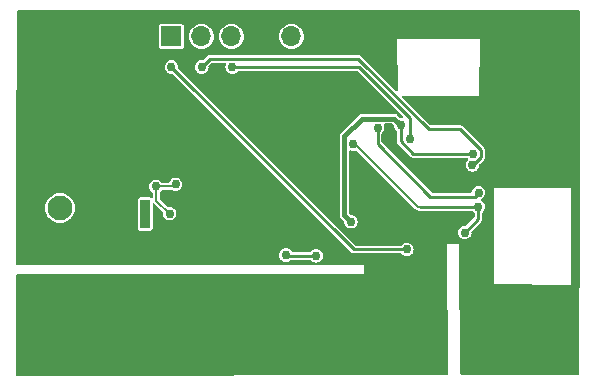
<source format=gbr>
%TF.GenerationSoftware,KiCad,Pcbnew,7.0.8*%
%TF.CreationDate,2024-01-01T15:13:20+01:00*%
%TF.ProjectId,IoT,496f542e-6b69-4636-9164-5f7063625858,rev?*%
%TF.SameCoordinates,Original*%
%TF.FileFunction,Copper,L2,Bot*%
%TF.FilePolarity,Positive*%
%FSLAX46Y46*%
G04 Gerber Fmt 4.6, Leading zero omitted, Abs format (unit mm)*
G04 Created by KiCad (PCBNEW 7.0.8) date 2024-01-01 15:13:20*
%MOMM*%
%LPD*%
G01*
G04 APERTURE LIST*
%TA.AperFunction,ComponentPad*%
%ADD10R,1.700000X1.700000*%
%TD*%
%TA.AperFunction,ComponentPad*%
%ADD11O,1.700000X1.700000*%
%TD*%
%TA.AperFunction,SMDPad,CuDef*%
%ADD12R,4.200000X1.350000*%
%TD*%
%TA.AperFunction,ComponentPad*%
%ADD13R,2.100000X2.100000*%
%TD*%
%TA.AperFunction,ComponentPad*%
%ADD14C,2.100000*%
%TD*%
%TA.AperFunction,SMDPad,CuDef*%
%ADD15R,0.840000X2.400000*%
%TD*%
%TA.AperFunction,ViaPad*%
%ADD16C,0.750000*%
%TD*%
%TA.AperFunction,Conductor*%
%ADD17C,0.250000*%
%TD*%
%TA.AperFunction,Conductor*%
%ADD18C,0.200000*%
%TD*%
%TA.AperFunction,Conductor*%
%ADD19C,0.400000*%
%TD*%
G04 APERTURE END LIST*
D10*
%TO.P,J2,1,Pin_1*%
%TO.N,/NRST*%
X128730000Y-66570000D03*
D11*
%TO.P,J2,2,Pin_2*%
%TO.N,/SWDIO*%
X131270000Y-66570000D03*
%TO.P,J2,3,Pin_3*%
%TO.N,/SWCLK*%
X133810000Y-66570000D03*
%TO.P,J2,4,Pin_4*%
%TO.N,GND*%
X136350000Y-66570000D03*
%TO.P,J2,5,Pin_5*%
%TO.N,VDD*%
X138890000Y-66570000D03*
%TD*%
D12*
%TO.P,J1,2,Ext*%
%TO.N,GND*%
X117975000Y-88275000D03*
X117975000Y-93925000D03*
%TD*%
D13*
%TO.P,J3,1,Pin_1*%
%TO.N,GND*%
X119300000Y-83640000D03*
D14*
%TO.P,J3,2,Pin_2*%
%TO.N,+BATT*%
X119300000Y-81100000D03*
%TD*%
D15*
%TO.P,U6,11*%
%TO.N,N/C*%
X126510000Y-81610000D03*
%TD*%
D16*
%TO.N,GND*%
X129510000Y-88070000D03*
X118675000Y-65425000D03*
X117700000Y-73775000D03*
X140375000Y-94705800D03*
X155500000Y-73430000D03*
X134210000Y-80900000D03*
X147130000Y-66400000D03*
X144130000Y-94690000D03*
X155610000Y-81660000D03*
X131025000Y-77925000D03*
X141960000Y-92490000D03*
X155430000Y-86690000D03*
X121620000Y-93830000D03*
X124425000Y-79825000D03*
X152430000Y-72420000D03*
X129560000Y-83800000D03*
X137790000Y-82580000D03*
X141400000Y-72475000D03*
X121620000Y-88180000D03*
X139690000Y-77930000D03*
X145630000Y-86140000D03*
%TO.N,VDDF*%
X144139500Y-75688178D03*
X154725891Y-80992500D03*
X153560000Y-83180000D03*
%TO.N,VDDA*%
X146180000Y-74320000D03*
X154730000Y-79799500D03*
%TO.N,/NRST*%
X128730000Y-69160000D03*
X148660000Y-84610000D03*
%TO.N,VDD*%
X148140000Y-74080000D03*
X128575000Y-81575000D03*
X154240000Y-76500000D03*
X127425000Y-79275000D03*
X129075000Y-79100000D03*
X143920000Y-82250000D03*
%TO.N,/SWDIO*%
X154217127Y-77449227D03*
X131290000Y-69160000D03*
%TO.N,/SWCLK*%
X133880000Y-69160000D03*
X148900000Y-75240000D03*
%TO.N,/SPI1_MOSI*%
X140970000Y-85141500D03*
X138430000Y-85090000D03*
%TD*%
D17*
%TO.N,VDDF*%
X149975000Y-80992500D02*
X149752500Y-80992500D01*
D18*
X144139500Y-75688178D02*
X144261822Y-75688178D01*
X144275000Y-75675000D02*
X149592500Y-80992500D01*
X149592500Y-80992500D02*
X149975000Y-80992500D01*
X144261822Y-75688178D02*
X144275000Y-75675000D01*
D17*
X154725891Y-80992500D02*
X154725891Y-82014109D01*
X154725891Y-80992500D02*
X149975000Y-80992500D01*
X154725891Y-82014109D02*
X153560000Y-83180000D01*
%TO.N,VDDA*%
X154399500Y-80130000D02*
X150650000Y-80130000D01*
X150650000Y-80130000D02*
X146180000Y-75660000D01*
X146180000Y-75660000D02*
X146180000Y-74320000D01*
X154730000Y-79799500D02*
X154399500Y-80130000D01*
%TO.N,/NRST*%
X128730000Y-69160000D02*
X144180000Y-84610000D01*
X144180000Y-84610000D02*
X148660000Y-84610000D01*
%TO.N,VDD*%
X154240000Y-76500000D02*
X149170050Y-76500000D01*
D18*
X128565000Y-81575000D02*
X127460000Y-80470000D01*
D19*
X143365000Y-81695000D02*
X143365000Y-75035000D01*
D18*
X129075000Y-79100000D02*
X129075000Y-79065000D01*
X128590000Y-81600000D02*
X128575000Y-81585000D01*
D19*
X143365000Y-75035000D02*
X144855000Y-73545000D01*
D17*
X149170050Y-76500000D02*
X148140000Y-75469950D01*
D19*
X147605000Y-73545000D02*
X148140000Y-74080000D01*
X143920000Y-82250000D02*
X143365000Y-81695000D01*
X144855000Y-73545000D02*
X147605000Y-73545000D01*
D17*
X148140000Y-75469950D02*
X148140000Y-74080000D01*
D18*
X127460000Y-80470000D02*
X127460000Y-79270000D01*
X127460000Y-79270000D02*
X128870000Y-79270000D01*
X128575000Y-81585000D02*
X128575000Y-81575000D01*
X128870000Y-79270000D02*
X129040000Y-79100000D01*
X129075000Y-79065000D02*
X129080000Y-79060000D01*
X129040000Y-79100000D02*
X129075000Y-79100000D01*
D17*
X148140000Y-74080000D02*
X147680000Y-73620000D01*
D18*
X128575000Y-81575000D02*
X128565000Y-81575000D01*
D17*
%TO.N,/SWDIO*%
X153159950Y-74430000D02*
X150496396Y-74430000D01*
X131990000Y-68460000D02*
X131290000Y-69160000D01*
X154940000Y-76789950D02*
X154940000Y-76210050D01*
X144526396Y-68460000D02*
X131990000Y-68460000D01*
X154217127Y-77449227D02*
X154280723Y-77449227D01*
X154940000Y-76210050D02*
X153159950Y-74430000D01*
X154280723Y-77449227D02*
X154940000Y-76789950D01*
X150496396Y-74430000D02*
X144526396Y-68460000D01*
%TO.N,/SWCLK*%
X148900000Y-73470000D02*
X148900000Y-75240000D01*
X144590000Y-69160000D02*
X148900000Y-73470000D01*
X133880000Y-69160000D02*
X144590000Y-69160000D01*
%TO.N,/SPI1_MOSI*%
X138481500Y-85141500D02*
X138430000Y-85090000D01*
X140970000Y-85141500D02*
X138481500Y-85141500D01*
%TD*%
%TA.AperFunction,Conductor*%
%TO.N,GND*%
G36*
X163288691Y-64389407D02*
G01*
X163324655Y-64438907D01*
X163329500Y-64469500D01*
X163329500Y-80779705D01*
X163250540Y-95131791D01*
X163231312Y-95189876D01*
X163181615Y-95225567D01*
X163151790Y-95230246D01*
X153297920Y-95255020D01*
X153239682Y-95236259D01*
X153203594Y-95186849D01*
X153198678Y-95157140D01*
X153075000Y-84125000D01*
X152050000Y-84125000D01*
X152173687Y-95157985D01*
X152155433Y-95216384D01*
X152106339Y-95252901D01*
X152074942Y-95258095D01*
X115639749Y-95349698D01*
X115581511Y-95330937D01*
X115545423Y-95281527D01*
X115540500Y-95250698D01*
X115540500Y-90050750D01*
X115553081Y-86798461D01*
X115572212Y-86740349D01*
X115621851Y-86704577D01*
X115651990Y-86699849D01*
X145050000Y-86675000D01*
X145050000Y-85950000D01*
X145032643Y-85949985D01*
X115655759Y-85925151D01*
X115597585Y-85906194D01*
X115561663Y-85856664D01*
X115556844Y-85825768D01*
X115557522Y-85650687D01*
X115559691Y-85090000D01*
X137849534Y-85090000D01*
X137862760Y-85190466D01*
X137869313Y-85240236D01*
X137927302Y-85380233D01*
X138019549Y-85500451D01*
X138139767Y-85592698D01*
X138279764Y-85650687D01*
X138392441Y-85665521D01*
X138429999Y-85670466D01*
X138430000Y-85670466D01*
X138430001Y-85670466D01*
X138460047Y-85666510D01*
X138580236Y-85650687D01*
X138720233Y-85592698D01*
X138840451Y-85500451D01*
X138840457Y-85500442D01*
X138844905Y-85495996D01*
X138899422Y-85468219D01*
X138914909Y-85467000D01*
X140445541Y-85467000D01*
X140503732Y-85485907D01*
X140524082Y-85505732D01*
X140559545Y-85551947D01*
X140559544Y-85551947D01*
X140559548Y-85551950D01*
X140559549Y-85551951D01*
X140679767Y-85644198D01*
X140819764Y-85702187D01*
X140932441Y-85717021D01*
X140969999Y-85721966D01*
X140970000Y-85721966D01*
X140970001Y-85721966D01*
X141000047Y-85718010D01*
X141120236Y-85702187D01*
X141260233Y-85644198D01*
X141380451Y-85551951D01*
X141472698Y-85431733D01*
X141530687Y-85291736D01*
X141550466Y-85141500D01*
X141530687Y-84991264D01*
X141472698Y-84851267D01*
X141380451Y-84731049D01*
X141260233Y-84638802D01*
X141120236Y-84580813D01*
X141120234Y-84580812D01*
X141120232Y-84580812D01*
X140970001Y-84561034D01*
X140969999Y-84561034D01*
X140819767Y-84580812D01*
X140819761Y-84580814D01*
X140679768Y-84638801D01*
X140559544Y-84731052D01*
X140524082Y-84777268D01*
X140473658Y-84811923D01*
X140445541Y-84816000D01*
X138993976Y-84816000D01*
X138935785Y-84797093D01*
X138915434Y-84777268D01*
X138879970Y-84731051D01*
X138840451Y-84679549D01*
X138720233Y-84587302D01*
X138704567Y-84580813D01*
X138580238Y-84529314D01*
X138580240Y-84529314D01*
X138580236Y-84529313D01*
X138580234Y-84529312D01*
X138580232Y-84529312D01*
X138430001Y-84509534D01*
X138429999Y-84509534D01*
X138279767Y-84529312D01*
X138279761Y-84529314D01*
X138139768Y-84587301D01*
X138019551Y-84679547D01*
X138019547Y-84679551D01*
X137927301Y-84799768D01*
X137869314Y-84939761D01*
X137869312Y-84939767D01*
X137849534Y-85089999D01*
X137849534Y-85090000D01*
X115559691Y-85090000D01*
X115568435Y-82829746D01*
X125889500Y-82829746D01*
X125889501Y-82829758D01*
X125901132Y-82888227D01*
X125901133Y-82888231D01*
X125945448Y-82954552D01*
X126011769Y-82998867D01*
X126056231Y-83007711D01*
X126070241Y-83010498D01*
X126070246Y-83010498D01*
X126070252Y-83010500D01*
X126070253Y-83010500D01*
X126949747Y-83010500D01*
X126949748Y-83010500D01*
X127008231Y-82998867D01*
X127074552Y-82954552D01*
X127118867Y-82888231D01*
X127130500Y-82829748D01*
X127130500Y-80804479D01*
X127149407Y-80746288D01*
X127198907Y-80710324D01*
X127260093Y-80710324D01*
X127299504Y-80734475D01*
X127976938Y-81411909D01*
X128004715Y-81466426D01*
X128005087Y-81494834D01*
X127994534Y-81574997D01*
X127994534Y-81575000D01*
X128009583Y-81689314D01*
X128014313Y-81725236D01*
X128023453Y-81747301D01*
X128065469Y-81848738D01*
X128072302Y-81865233D01*
X128164549Y-81985451D01*
X128284767Y-82077698D01*
X128424764Y-82135687D01*
X128537441Y-82150521D01*
X128574999Y-82155466D01*
X128575000Y-82155466D01*
X128575001Y-82155466D01*
X128605047Y-82151510D01*
X128725236Y-82135687D01*
X128865233Y-82077698D01*
X128985451Y-81985451D01*
X129077698Y-81865233D01*
X129135687Y-81725236D01*
X129155466Y-81575000D01*
X129153241Y-81558103D01*
X129144912Y-81494834D01*
X129135687Y-81424764D01*
X129077698Y-81284767D01*
X128985451Y-81164549D01*
X128865233Y-81072302D01*
X128725236Y-81014313D01*
X128725234Y-81014312D01*
X128725232Y-81014312D01*
X128575001Y-80994534D01*
X128574999Y-80994534D01*
X128477162Y-81007414D01*
X128417001Y-80996264D01*
X128394236Y-80979265D01*
X127789496Y-80374525D01*
X127761719Y-80320008D01*
X127760500Y-80304521D01*
X127760500Y-79791784D01*
X127779407Y-79733593D01*
X127799233Y-79713242D01*
X127835451Y-79685451D01*
X127893935Y-79609232D01*
X127944359Y-79574577D01*
X127972477Y-79570500D01*
X128709199Y-79570500D01*
X128767390Y-79589407D01*
X128769463Y-79590954D01*
X128784767Y-79602698D01*
X128924764Y-79660687D01*
X129037441Y-79675521D01*
X129074999Y-79680466D01*
X129075000Y-79680466D01*
X129075001Y-79680466D01*
X129105047Y-79676510D01*
X129225236Y-79660687D01*
X129365233Y-79602698D01*
X129485451Y-79510451D01*
X129577698Y-79390233D01*
X129635687Y-79250236D01*
X129655466Y-79100000D01*
X129635687Y-78949764D01*
X129577698Y-78809767D01*
X129485451Y-78689549D01*
X129365233Y-78597302D01*
X129225236Y-78539313D01*
X129225234Y-78539312D01*
X129225232Y-78539312D01*
X129075001Y-78519534D01*
X129074999Y-78519534D01*
X128924767Y-78539312D01*
X128924761Y-78539314D01*
X128784768Y-78597301D01*
X128664551Y-78689547D01*
X128664547Y-78689551D01*
X128572300Y-78809769D01*
X128531453Y-78908385D01*
X128491717Y-78954911D01*
X128439989Y-78969500D01*
X127964805Y-78969500D01*
X127906614Y-78950593D01*
X127886264Y-78930768D01*
X127835456Y-78864555D01*
X127835454Y-78864553D01*
X127835451Y-78864549D01*
X127715233Y-78772302D01*
X127575236Y-78714313D01*
X127575234Y-78714312D01*
X127575232Y-78714312D01*
X127425001Y-78694534D01*
X127424999Y-78694534D01*
X127274767Y-78714312D01*
X127274761Y-78714314D01*
X127134768Y-78772301D01*
X127014551Y-78864547D01*
X127014547Y-78864551D01*
X126922301Y-78984768D01*
X126864314Y-79124761D01*
X126864312Y-79124767D01*
X126844534Y-79274999D01*
X126844534Y-79275000D01*
X126860990Y-79400001D01*
X126864313Y-79425236D01*
X126922302Y-79565233D01*
X127014549Y-79685451D01*
X127014553Y-79685454D01*
X127014554Y-79685455D01*
X127120767Y-79766955D01*
X127155423Y-79817379D01*
X127159500Y-79845497D01*
X127159500Y-80136991D01*
X127140593Y-80195182D01*
X127091093Y-80231146D01*
X127029907Y-80231146D01*
X127015300Y-80224061D01*
X127008233Y-80221134D01*
X127008231Y-80221133D01*
X127008227Y-80221132D01*
X126949758Y-80209501D01*
X126949748Y-80209500D01*
X126070252Y-80209500D01*
X126070251Y-80209500D01*
X126070241Y-80209501D01*
X126011772Y-80221132D01*
X126011766Y-80221134D01*
X125945451Y-80265445D01*
X125945445Y-80265451D01*
X125901134Y-80331766D01*
X125901132Y-80331772D01*
X125889501Y-80390241D01*
X125889500Y-80390253D01*
X125889500Y-82829746D01*
X115568435Y-82829746D01*
X115575126Y-81100003D01*
X118044723Y-81100003D01*
X118063791Y-81317969D01*
X118063792Y-81317976D01*
X118063793Y-81317977D01*
X118120425Y-81529330D01*
X118212898Y-81727639D01*
X118234460Y-81758433D01*
X118309242Y-81865233D01*
X118338402Y-81906877D01*
X118493123Y-82061598D01*
X118672361Y-82187102D01*
X118870670Y-82279575D01*
X119082023Y-82336207D01*
X119082027Y-82336207D01*
X119082030Y-82336208D01*
X119299997Y-82355277D01*
X119300000Y-82355277D01*
X119300003Y-82355277D01*
X119517969Y-82336208D01*
X119517970Y-82336207D01*
X119517977Y-82336207D01*
X119729330Y-82279575D01*
X119927639Y-82187102D01*
X120106877Y-82061598D01*
X120261598Y-81906877D01*
X120387102Y-81727639D01*
X120479575Y-81529330D01*
X120536207Y-81317977D01*
X120537966Y-81297879D01*
X120555277Y-81100003D01*
X120555277Y-81099996D01*
X120536208Y-80882030D01*
X120536207Y-80882027D01*
X120536207Y-80882023D01*
X120479575Y-80670670D01*
X120398985Y-80497844D01*
X120387107Y-80472372D01*
X120387103Y-80472364D01*
X120377930Y-80459264D01*
X120269579Y-80304521D01*
X120261601Y-80293127D01*
X120261600Y-80293126D01*
X120261598Y-80293123D01*
X120106877Y-80138402D01*
X120106873Y-80138399D01*
X120106872Y-80138398D01*
X120007435Y-80068772D01*
X119927639Y-80012898D01*
X119729330Y-79920425D01*
X119517977Y-79863793D01*
X119517976Y-79863792D01*
X119517969Y-79863791D01*
X119300003Y-79844723D01*
X119299997Y-79844723D01*
X119082030Y-79863791D01*
X118870666Y-79920426D01*
X118672372Y-80012892D01*
X118672364Y-80012896D01*
X118493127Y-80138398D01*
X118338398Y-80293127D01*
X118212896Y-80472364D01*
X118212892Y-80472372D01*
X118120426Y-80670666D01*
X118063791Y-80882030D01*
X118044723Y-81099996D01*
X118044723Y-81100003D01*
X115575126Y-81100003D01*
X115605844Y-73159354D01*
X115621315Y-69160000D01*
X128149534Y-69160000D01*
X128163510Y-69266163D01*
X128169313Y-69310236D01*
X128227302Y-69450233D01*
X128319549Y-69570451D01*
X128439767Y-69662698D01*
X128579764Y-69720687D01*
X128730000Y-69740466D01*
X128787759Y-69732861D01*
X128847917Y-69744010D01*
X128870684Y-69761010D01*
X143938257Y-84828584D01*
X143941175Y-84831769D01*
X143967544Y-84863193D01*
X143967545Y-84863194D01*
X144003073Y-84883706D01*
X144006712Y-84886025D01*
X144040311Y-84909551D01*
X144040313Y-84909552D01*
X144040316Y-84909554D01*
X144040318Y-84909554D01*
X144040319Y-84909555D01*
X144041771Y-84909944D01*
X144065651Y-84919835D01*
X144066955Y-84920588D01*
X144107351Y-84927710D01*
X144111552Y-84928641D01*
X144151194Y-84939264D01*
X144192078Y-84935687D01*
X144196378Y-84935500D01*
X148135541Y-84935500D01*
X148193732Y-84954407D01*
X148214082Y-84974232D01*
X148249545Y-85020447D01*
X148249544Y-85020447D01*
X148249548Y-85020450D01*
X148249549Y-85020451D01*
X148369767Y-85112698D01*
X148509764Y-85170687D01*
X148622441Y-85185521D01*
X148659999Y-85190466D01*
X148660000Y-85190466D01*
X148660001Y-85190466D01*
X148690047Y-85186510D01*
X148810236Y-85170687D01*
X148950233Y-85112698D01*
X149070451Y-85020451D01*
X149162698Y-84900233D01*
X149220687Y-84760236D01*
X149240466Y-84610000D01*
X149220687Y-84459764D01*
X149162698Y-84319767D01*
X149070451Y-84199549D01*
X148950233Y-84107302D01*
X148810236Y-84049313D01*
X148810234Y-84049312D01*
X148810232Y-84049312D01*
X148660001Y-84029534D01*
X148659999Y-84029534D01*
X148509767Y-84049312D01*
X148509761Y-84049314D01*
X148369768Y-84107301D01*
X148249544Y-84199552D01*
X148214082Y-84245768D01*
X148163658Y-84280423D01*
X148135541Y-84284500D01*
X144355834Y-84284500D01*
X144297643Y-84265593D01*
X144285830Y-84255504D01*
X129331010Y-69300684D01*
X129303233Y-69246167D01*
X129302861Y-69217763D01*
X129310466Y-69160000D01*
X130709534Y-69160000D01*
X130723510Y-69266163D01*
X130729313Y-69310236D01*
X130787302Y-69450233D01*
X130879549Y-69570451D01*
X130999767Y-69662698D01*
X131139764Y-69720687D01*
X131252441Y-69735521D01*
X131289999Y-69740466D01*
X131290000Y-69740466D01*
X131290001Y-69740466D01*
X131320047Y-69736510D01*
X131440236Y-69720687D01*
X131580233Y-69662698D01*
X131700451Y-69570451D01*
X131792698Y-69450233D01*
X131850687Y-69310236D01*
X131870466Y-69160000D01*
X131862861Y-69102238D01*
X131874011Y-69042080D01*
X131891007Y-69019318D01*
X132095831Y-68814496D01*
X132150347Y-68786719D01*
X132165834Y-68785500D01*
X133264042Y-68785500D01*
X133322233Y-68804407D01*
X133358197Y-68853907D01*
X133358197Y-68915093D01*
X133355506Y-68922385D01*
X133319314Y-69009759D01*
X133319312Y-69009767D01*
X133299534Y-69159999D01*
X133299534Y-69160000D01*
X133313510Y-69266163D01*
X133319313Y-69310236D01*
X133377302Y-69450233D01*
X133469549Y-69570451D01*
X133589767Y-69662698D01*
X133729764Y-69720687D01*
X133842441Y-69735521D01*
X133879999Y-69740466D01*
X133880000Y-69740466D01*
X133880001Y-69740466D01*
X133910047Y-69736510D01*
X134030236Y-69720687D01*
X134170233Y-69662698D01*
X134290451Y-69570451D01*
X134290452Y-69570448D01*
X134290455Y-69570447D01*
X134325918Y-69524232D01*
X134376342Y-69489577D01*
X134404459Y-69485500D01*
X144414166Y-69485500D01*
X144472357Y-69504407D01*
X144484170Y-69514496D01*
X148312895Y-73343221D01*
X148340672Y-73397738D01*
X148331101Y-73458170D01*
X148287836Y-73501435D01*
X148229969Y-73511378D01*
X148157110Y-73501786D01*
X148101885Y-73475445D01*
X148100028Y-73473636D01*
X147863424Y-73237031D01*
X147843343Y-73216951D01*
X147843342Y-73216950D01*
X147821847Y-73205997D01*
X147808608Y-73197884D01*
X147802581Y-73193505D01*
X147789090Y-73183704D01*
X147789088Y-73183703D01*
X147766142Y-73176247D01*
X147751788Y-73170301D01*
X147730306Y-73159354D01*
X147706474Y-73155579D01*
X147691374Y-73151953D01*
X147668437Y-73144500D01*
X147668433Y-73144500D01*
X147636519Y-73144500D01*
X144823481Y-73144500D01*
X144821461Y-73144500D01*
X144821437Y-73144501D01*
X144791563Y-73144501D01*
X144768626Y-73151954D01*
X144753524Y-73155580D01*
X144729693Y-73159354D01*
X144708198Y-73170306D01*
X144693853Y-73176248D01*
X144670911Y-73183703D01*
X144651393Y-73197884D01*
X144638150Y-73205999D01*
X144616658Y-73216950D01*
X144616656Y-73216951D01*
X144594091Y-73239516D01*
X144594091Y-73239517D01*
X143059516Y-74774091D01*
X143059515Y-74774092D01*
X143036950Y-74796658D01*
X143036948Y-74796660D01*
X143025997Y-74818151D01*
X143017887Y-74831385D01*
X143003706Y-74850906D01*
X143003701Y-74850915D01*
X142996249Y-74873852D01*
X142990305Y-74888202D01*
X142979355Y-74909691D01*
X142979352Y-74909701D01*
X142975577Y-74933529D01*
X142971953Y-74948624D01*
X142964501Y-74971562D01*
X142964500Y-74971569D01*
X142964500Y-81758437D01*
X142971953Y-81781374D01*
X142975579Y-81796474D01*
X142979354Y-81820306D01*
X142990301Y-81841788D01*
X142996247Y-81856142D01*
X143003703Y-81879088D01*
X143003702Y-81879088D01*
X143017884Y-81898608D01*
X143025997Y-81911847D01*
X143036950Y-81933342D01*
X143036951Y-81933343D01*
X143057031Y-81953424D01*
X143057032Y-81953424D01*
X143059513Y-81955905D01*
X143059516Y-81955909D01*
X143146522Y-82042915D01*
X143313637Y-82210031D01*
X143341414Y-82264547D01*
X143341786Y-82267111D01*
X143359312Y-82400233D01*
X143359312Y-82400235D01*
X143359313Y-82400236D01*
X143417302Y-82540233D01*
X143509549Y-82660451D01*
X143629767Y-82752698D01*
X143769764Y-82810687D01*
X143882441Y-82825521D01*
X143919999Y-82830466D01*
X143920000Y-82830466D01*
X143920001Y-82830466D01*
X143950047Y-82826510D01*
X144070236Y-82810687D01*
X144210233Y-82752698D01*
X144330451Y-82660451D01*
X144422698Y-82540233D01*
X144480687Y-82400236D01*
X144500466Y-82250000D01*
X144480687Y-82099764D01*
X144422698Y-81959767D01*
X144330451Y-81839549D01*
X144210233Y-81747302D01*
X144070236Y-81689313D01*
X144070235Y-81689312D01*
X144070233Y-81689312D01*
X143937111Y-81671786D01*
X143881886Y-81645445D01*
X143880030Y-81643637D01*
X143794496Y-81558103D01*
X143766719Y-81503586D01*
X143765500Y-81488099D01*
X143765500Y-76304342D01*
X143784407Y-76246151D01*
X143833907Y-76210187D01*
X143895093Y-76210187D01*
X143902369Y-76212871D01*
X143989264Y-76248865D01*
X144101941Y-76263699D01*
X144139499Y-76268644D01*
X144139500Y-76268644D01*
X144139501Y-76268644D01*
X144177059Y-76263699D01*
X144289736Y-76248865D01*
X144323483Y-76234885D01*
X144384478Y-76230084D01*
X144431373Y-76256344D01*
X146889340Y-78714312D01*
X149333937Y-81158909D01*
X149342037Y-81170148D01*
X149343016Y-81169409D01*
X149348544Y-81176730D01*
X149384059Y-81209106D01*
X149385711Y-81210684D01*
X149399700Y-81224672D01*
X149399703Y-81224675D01*
X149401954Y-81226217D01*
X149402630Y-81226680D01*
X149408012Y-81230943D01*
X149424492Y-81245966D01*
X149431567Y-81252416D01*
X149440728Y-81255964D01*
X149460916Y-81266605D01*
X149469020Y-81272157D01*
X149500058Y-81279457D01*
X149506596Y-81281482D01*
X149536327Y-81293000D01*
X149546152Y-81293000D01*
X149568816Y-81295629D01*
X149578381Y-81297879D01*
X149587791Y-81296566D01*
X149635335Y-81301588D01*
X149639453Y-81303087D01*
X149639455Y-81303088D01*
X149724025Y-81318000D01*
X149946525Y-81318000D01*
X154201432Y-81318000D01*
X154259623Y-81336907D01*
X154279973Y-81356732D01*
X154315436Y-81402947D01*
X154315438Y-81402949D01*
X154315440Y-81402951D01*
X154361658Y-81438415D01*
X154396314Y-81488839D01*
X154400391Y-81516957D01*
X154400391Y-81838274D01*
X154381484Y-81896465D01*
X154371395Y-81908278D01*
X153700684Y-82578988D01*
X153646167Y-82606765D01*
X153617759Y-82607137D01*
X153560001Y-82599534D01*
X153559999Y-82599534D01*
X153409767Y-82619312D01*
X153409761Y-82619314D01*
X153269768Y-82677301D01*
X153149551Y-82769547D01*
X153149547Y-82769551D01*
X153057301Y-82889768D01*
X152999314Y-83029761D01*
X152999312Y-83029767D01*
X152987138Y-83122241D01*
X152979534Y-83180000D01*
X152999313Y-83330236D01*
X153057302Y-83470233D01*
X153149549Y-83590451D01*
X153269767Y-83682698D01*
X153409764Y-83740687D01*
X153522441Y-83755521D01*
X153559999Y-83760466D01*
X153560000Y-83760466D01*
X153560001Y-83760466D01*
X153590047Y-83756510D01*
X153710236Y-83740687D01*
X153850233Y-83682698D01*
X153970451Y-83590451D01*
X154062698Y-83470233D01*
X154120687Y-83330236D01*
X154140466Y-83180000D01*
X154132861Y-83122238D01*
X154144011Y-83062080D01*
X154161007Y-83039317D01*
X154944474Y-82255851D01*
X154947651Y-82252938D01*
X154979085Y-82226564D01*
X154999605Y-82191020D01*
X155001903Y-82187412D01*
X155025445Y-82153793D01*
X155025833Y-82152345D01*
X155035729Y-82128454D01*
X155036479Y-82127154D01*
X155043600Y-82086765D01*
X155044531Y-82082561D01*
X155055155Y-82042916D01*
X155051578Y-82002031D01*
X155051391Y-81997732D01*
X155051391Y-81516957D01*
X155070298Y-81458766D01*
X155090124Y-81438415D01*
X155136342Y-81402951D01*
X155228589Y-81282733D01*
X155286578Y-81142736D01*
X155306357Y-80992500D01*
X155286578Y-80842264D01*
X155228589Y-80702267D01*
X155136342Y-80582049D01*
X155035556Y-80504713D01*
X155016123Y-80489801D01*
X155012536Y-80488316D01*
X154966010Y-80448580D01*
X154951725Y-80389086D01*
X154975138Y-80332557D01*
X155012535Y-80305386D01*
X155020233Y-80302198D01*
X155140451Y-80209951D01*
X155232698Y-80089733D01*
X155290687Y-79949736D01*
X155310466Y-79799500D01*
X155290687Y-79649264D01*
X155232698Y-79509267D01*
X155148854Y-79400000D01*
X156000000Y-79400000D01*
X156000000Y-87500000D01*
X162600000Y-87600000D01*
X162600000Y-79400000D01*
X156000000Y-79400000D01*
X155148854Y-79400000D01*
X155140451Y-79389049D01*
X155020233Y-79296802D01*
X154880236Y-79238813D01*
X154880234Y-79238812D01*
X154880232Y-79238812D01*
X154730001Y-79219034D01*
X154729999Y-79219034D01*
X154579767Y-79238812D01*
X154579761Y-79238814D01*
X154439768Y-79296801D01*
X154319551Y-79389047D01*
X154319547Y-79389051D01*
X154227301Y-79509268D01*
X154169314Y-79649261D01*
X154169312Y-79649267D01*
X154160208Y-79718422D01*
X154133867Y-79773647D01*
X154080096Y-79802842D01*
X154062055Y-79804500D01*
X150825834Y-79804500D01*
X150767643Y-79785593D01*
X150755830Y-79775504D01*
X146534496Y-75554170D01*
X146506719Y-75499653D01*
X146505500Y-75484166D01*
X146505500Y-74844457D01*
X146524407Y-74786266D01*
X146544233Y-74765915D01*
X146557806Y-74755500D01*
X146590451Y-74730451D01*
X146682698Y-74610233D01*
X146740687Y-74470236D01*
X146760466Y-74320000D01*
X146740687Y-74169764D01*
X146735107Y-74156292D01*
X146704494Y-74082385D01*
X146699693Y-74021389D01*
X146731663Y-73969220D01*
X146788191Y-73945805D01*
X146795958Y-73945500D01*
X147398100Y-73945500D01*
X147456291Y-73964407D01*
X147468103Y-73974496D01*
X147533636Y-74040028D01*
X147561414Y-74094544D01*
X147561786Y-74097109D01*
X147579312Y-74230233D01*
X147579312Y-74230235D01*
X147579313Y-74230236D01*
X147637302Y-74370233D01*
X147729549Y-74490451D01*
X147729553Y-74490454D01*
X147775767Y-74525915D01*
X147810423Y-74576339D01*
X147814500Y-74604457D01*
X147814500Y-75453575D01*
X147814312Y-75457877D01*
X147812013Y-75484166D01*
X147810736Y-75498756D01*
X147821354Y-75538386D01*
X147822289Y-75542602D01*
X147829411Y-75582995D01*
X147830164Y-75584298D01*
X147840054Y-75608174D01*
X147840443Y-75609629D01*
X147840446Y-75609634D01*
X147863971Y-75643231D01*
X147866288Y-75646868D01*
X147875434Y-75662709D01*
X147886806Y-75682405D01*
X147918224Y-75708768D01*
X147921410Y-75711687D01*
X148928307Y-76718584D01*
X148931225Y-76721769D01*
X148957594Y-76753193D01*
X148957595Y-76753194D01*
X148993123Y-76773706D01*
X148996762Y-76776025D01*
X149030361Y-76799551D01*
X149030363Y-76799552D01*
X149030366Y-76799554D01*
X149031817Y-76799942D01*
X149055709Y-76809840D01*
X149056236Y-76810143D01*
X149057005Y-76810588D01*
X149097401Y-76817710D01*
X149101598Y-76818640D01*
X149141243Y-76829264D01*
X149182127Y-76825687D01*
X149186427Y-76825500D01*
X153715542Y-76825500D01*
X153773733Y-76844407D01*
X153794083Y-76864232D01*
X153822780Y-76901630D01*
X153843205Y-76959306D01*
X153825828Y-77017972D01*
X153810842Y-77033767D01*
X153811264Y-77034189D01*
X153806674Y-77038778D01*
X153714428Y-77158995D01*
X153656441Y-77298988D01*
X153656439Y-77298994D01*
X153643239Y-77399261D01*
X153636661Y-77449227D01*
X153656440Y-77599463D01*
X153714429Y-77739460D01*
X153806676Y-77859678D01*
X153926894Y-77951925D01*
X154066891Y-78009914D01*
X154179568Y-78024748D01*
X154217126Y-78029693D01*
X154217127Y-78029693D01*
X154217128Y-78029693D01*
X154247174Y-78025737D01*
X154367363Y-78009914D01*
X154507360Y-77951925D01*
X154627578Y-77859678D01*
X154719825Y-77739460D01*
X154777814Y-77599463D01*
X154797593Y-77449227D01*
X154797387Y-77447665D01*
X154797593Y-77446555D01*
X154797593Y-77442737D01*
X154798301Y-77442737D01*
X154808535Y-77387506D01*
X154825533Y-77364741D01*
X155158606Y-77031669D01*
X155161770Y-77028772D01*
X155174641Y-77017972D01*
X155193194Y-77002405D01*
X155213709Y-76966869D01*
X155216027Y-76963233D01*
X155227935Y-76946225D01*
X155239553Y-76929634D01*
X155239942Y-76928181D01*
X155249833Y-76904302D01*
X155250588Y-76902995D01*
X155257714Y-76862574D01*
X155258642Y-76858389D01*
X155269263Y-76818757D01*
X155265687Y-76777884D01*
X155265500Y-76773584D01*
X155265500Y-76226423D01*
X155265687Y-76222122D01*
X155269264Y-76181243D01*
X155258640Y-76141598D01*
X155257710Y-76137398D01*
X155255806Y-76126598D01*
X155250588Y-76097005D01*
X155249840Y-76095709D01*
X155239942Y-76071817D01*
X155239554Y-76070366D01*
X155239552Y-76070363D01*
X155239551Y-76070361D01*
X155216025Y-76036762D01*
X155213703Y-76033118D01*
X155193193Y-75997593D01*
X155172069Y-75979869D01*
X155161765Y-75971223D01*
X155158588Y-75968311D01*
X153401691Y-74211414D01*
X153398772Y-74208229D01*
X153372406Y-74176806D01*
X153349768Y-74163736D01*
X153336868Y-74156288D01*
X153333238Y-74153975D01*
X153299634Y-74130446D01*
X153299629Y-74130443D01*
X153298174Y-74130054D01*
X153274298Y-74120164D01*
X153272995Y-74119411D01*
X153232602Y-74112289D01*
X153228386Y-74111354D01*
X153202103Y-74104312D01*
X153188757Y-74100736D01*
X153188756Y-74100736D01*
X153184331Y-74101123D01*
X153147876Y-74104312D01*
X153143576Y-74104500D01*
X150672230Y-74104500D01*
X150614039Y-74085593D01*
X150602226Y-74075504D01*
X148297425Y-71770703D01*
X148269648Y-71716186D01*
X148279219Y-71655754D01*
X148322484Y-71612489D01*
X148367786Y-71601700D01*
X154737415Y-71624863D01*
X154774999Y-71625000D01*
X154774999Y-71624999D01*
X154775000Y-71625000D01*
X154850000Y-66750000D01*
X154849999Y-66749999D01*
X147800000Y-66774999D01*
X147890099Y-71122339D01*
X147872401Y-71180909D01*
X147823657Y-71217890D01*
X147762485Y-71219158D01*
X147721116Y-71194394D01*
X144768137Y-68241414D01*
X144765218Y-68238229D01*
X144738852Y-68206806D01*
X144716214Y-68193736D01*
X144703314Y-68186288D01*
X144699684Y-68183975D01*
X144666080Y-68160446D01*
X144666075Y-68160443D01*
X144664620Y-68160054D01*
X144640744Y-68150164D01*
X144639441Y-68149411D01*
X144599048Y-68142289D01*
X144594832Y-68141354D01*
X144568549Y-68134312D01*
X144555203Y-68130736D01*
X144555202Y-68130736D01*
X144550777Y-68131123D01*
X144514322Y-68134312D01*
X144510022Y-68134500D01*
X132006362Y-68134500D01*
X132002061Y-68134312D01*
X131961193Y-68130737D01*
X131961186Y-68130737D01*
X131921575Y-68141351D01*
X131917360Y-68142285D01*
X131876958Y-68149410D01*
X131876951Y-68149413D01*
X131875632Y-68150175D01*
X131851790Y-68160050D01*
X131850326Y-68160442D01*
X131850312Y-68160448D01*
X131816720Y-68183969D01*
X131813079Y-68186289D01*
X131777546Y-68206804D01*
X131751186Y-68238218D01*
X131748268Y-68241403D01*
X131430683Y-68558988D01*
X131376166Y-68586765D01*
X131347758Y-68587137D01*
X131290001Y-68579534D01*
X131289999Y-68579534D01*
X131139767Y-68599312D01*
X131139761Y-68599314D01*
X130999768Y-68657301D01*
X130879551Y-68749547D01*
X130879547Y-68749551D01*
X130787301Y-68869768D01*
X130729314Y-69009761D01*
X130729312Y-69009767D01*
X130709534Y-69159999D01*
X130709534Y-69160000D01*
X129310466Y-69160000D01*
X129290687Y-69009764D01*
X129232698Y-68869767D01*
X129140451Y-68749549D01*
X129020233Y-68657302D01*
X128880236Y-68599313D01*
X128880234Y-68599312D01*
X128880232Y-68599312D01*
X128730001Y-68579534D01*
X128729999Y-68579534D01*
X128579767Y-68599312D01*
X128579761Y-68599314D01*
X128439768Y-68657301D01*
X128319551Y-68749547D01*
X128319547Y-68749551D01*
X128227301Y-68869768D01*
X128169314Y-69009761D01*
X128169312Y-69009767D01*
X128149534Y-69159999D01*
X128149534Y-69160000D01*
X115621315Y-69160000D01*
X115627970Y-67439746D01*
X127679500Y-67439746D01*
X127679501Y-67439758D01*
X127691132Y-67498227D01*
X127691134Y-67498233D01*
X127735445Y-67564548D01*
X127735448Y-67564552D01*
X127801769Y-67608867D01*
X127846231Y-67617711D01*
X127860241Y-67620498D01*
X127860246Y-67620498D01*
X127860252Y-67620500D01*
X127860253Y-67620500D01*
X129599747Y-67620500D01*
X129599748Y-67620500D01*
X129658231Y-67608867D01*
X129724552Y-67564552D01*
X129768867Y-67498231D01*
X129780500Y-67439748D01*
X129780500Y-66570003D01*
X130214417Y-66570003D01*
X130234698Y-66775929D01*
X130234699Y-66775934D01*
X130294768Y-66973954D01*
X130392316Y-67156452D01*
X130523585Y-67316404D01*
X130523590Y-67316410D01*
X130523595Y-67316414D01*
X130683547Y-67447683D01*
X130683548Y-67447683D01*
X130683550Y-67447685D01*
X130866046Y-67545232D01*
X131003997Y-67587078D01*
X131064065Y-67605300D01*
X131064070Y-67605301D01*
X131269997Y-67625583D01*
X131270000Y-67625583D01*
X131270003Y-67625583D01*
X131475929Y-67605301D01*
X131475934Y-67605300D01*
X131673954Y-67545232D01*
X131856450Y-67447685D01*
X132016410Y-67316410D01*
X132147685Y-67156450D01*
X132245232Y-66973954D01*
X132305300Y-66775934D01*
X132305301Y-66775929D01*
X132325583Y-66570003D01*
X132754417Y-66570003D01*
X132774698Y-66775929D01*
X132774699Y-66775934D01*
X132834768Y-66973954D01*
X132932316Y-67156452D01*
X133063585Y-67316404D01*
X133063590Y-67316410D01*
X133063595Y-67316414D01*
X133223547Y-67447683D01*
X133223548Y-67447683D01*
X133223550Y-67447685D01*
X133406046Y-67545232D01*
X133543997Y-67587078D01*
X133604065Y-67605300D01*
X133604070Y-67605301D01*
X133809997Y-67625583D01*
X133810000Y-67625583D01*
X133810003Y-67625583D01*
X134015929Y-67605301D01*
X134015934Y-67605300D01*
X134213954Y-67545232D01*
X134396450Y-67447685D01*
X134556410Y-67316410D01*
X134687685Y-67156450D01*
X134785232Y-66973954D01*
X134845300Y-66775934D01*
X134845301Y-66775929D01*
X134865583Y-66570003D01*
X137834417Y-66570003D01*
X137854698Y-66775929D01*
X137854699Y-66775934D01*
X137914768Y-66973954D01*
X138012316Y-67156452D01*
X138143585Y-67316404D01*
X138143590Y-67316410D01*
X138143595Y-67316414D01*
X138303547Y-67447683D01*
X138303548Y-67447683D01*
X138303550Y-67447685D01*
X138486046Y-67545232D01*
X138623997Y-67587078D01*
X138684065Y-67605300D01*
X138684070Y-67605301D01*
X138889997Y-67625583D01*
X138890000Y-67625583D01*
X138890003Y-67625583D01*
X139095929Y-67605301D01*
X139095934Y-67605300D01*
X139293954Y-67545232D01*
X139476450Y-67447685D01*
X139636410Y-67316410D01*
X139767685Y-67156450D01*
X139865232Y-66973954D01*
X139925300Y-66775934D01*
X139925301Y-66775929D01*
X139945583Y-66570003D01*
X139945583Y-66569996D01*
X139925301Y-66364070D01*
X139925300Y-66364065D01*
X139907078Y-66303997D01*
X139865232Y-66166046D01*
X139767685Y-65983550D01*
X139636410Y-65823590D01*
X139486123Y-65700253D01*
X139476452Y-65692316D01*
X139293954Y-65594768D01*
X139095934Y-65534699D01*
X139095929Y-65534698D01*
X138890003Y-65514417D01*
X138889997Y-65514417D01*
X138684070Y-65534698D01*
X138684065Y-65534699D01*
X138486045Y-65594768D01*
X138303547Y-65692316D01*
X138143595Y-65823585D01*
X138143585Y-65823595D01*
X138012316Y-65983547D01*
X137914768Y-66166045D01*
X137854699Y-66364065D01*
X137854698Y-66364070D01*
X137834417Y-66569996D01*
X137834417Y-66570003D01*
X134865583Y-66570003D01*
X134865583Y-66569996D01*
X134845301Y-66364070D01*
X134845300Y-66364065D01*
X134827078Y-66303997D01*
X134785232Y-66166046D01*
X134687685Y-65983550D01*
X134556410Y-65823590D01*
X134406123Y-65700253D01*
X134396452Y-65692316D01*
X134213954Y-65594768D01*
X134015934Y-65534699D01*
X134015929Y-65534698D01*
X133810003Y-65514417D01*
X133809997Y-65514417D01*
X133604070Y-65534698D01*
X133604065Y-65534699D01*
X133406045Y-65594768D01*
X133223547Y-65692316D01*
X133063595Y-65823585D01*
X133063585Y-65823595D01*
X132932316Y-65983547D01*
X132834768Y-66166045D01*
X132774699Y-66364065D01*
X132774698Y-66364070D01*
X132754417Y-66569996D01*
X132754417Y-66570003D01*
X132325583Y-66570003D01*
X132325583Y-66569996D01*
X132305301Y-66364070D01*
X132305300Y-66364065D01*
X132287078Y-66303997D01*
X132245232Y-66166046D01*
X132147685Y-65983550D01*
X132016410Y-65823590D01*
X131866123Y-65700253D01*
X131856452Y-65692316D01*
X131673954Y-65594768D01*
X131475934Y-65534699D01*
X131475929Y-65534698D01*
X131270003Y-65514417D01*
X131269997Y-65514417D01*
X131064070Y-65534698D01*
X131064065Y-65534699D01*
X130866045Y-65594768D01*
X130683547Y-65692316D01*
X130523595Y-65823585D01*
X130523585Y-65823595D01*
X130392316Y-65983547D01*
X130294768Y-66166045D01*
X130234699Y-66364065D01*
X130234698Y-66364070D01*
X130214417Y-66569996D01*
X130214417Y-66570003D01*
X129780500Y-66570003D01*
X129780500Y-65700252D01*
X129778921Y-65692316D01*
X129777711Y-65686231D01*
X129768867Y-65641769D01*
X129724552Y-65575448D01*
X129724548Y-65575445D01*
X129658233Y-65531134D01*
X129658231Y-65531133D01*
X129658228Y-65531132D01*
X129658227Y-65531132D01*
X129599758Y-65519501D01*
X129599748Y-65519500D01*
X127860252Y-65519500D01*
X127860251Y-65519500D01*
X127860241Y-65519501D01*
X127801772Y-65531132D01*
X127801766Y-65531134D01*
X127735451Y-65575445D01*
X127735445Y-65575451D01*
X127691134Y-65641766D01*
X127691132Y-65641772D01*
X127679501Y-65700241D01*
X127679500Y-65700253D01*
X127679500Y-67439746D01*
X115627970Y-67439746D01*
X115639462Y-64469117D01*
X115658594Y-64411000D01*
X115708233Y-64375228D01*
X115738461Y-64370500D01*
X163230500Y-64370500D01*
X163288691Y-64389407D01*
G37*
%TD.AperFunction*%
%TD*%
M02*

</source>
